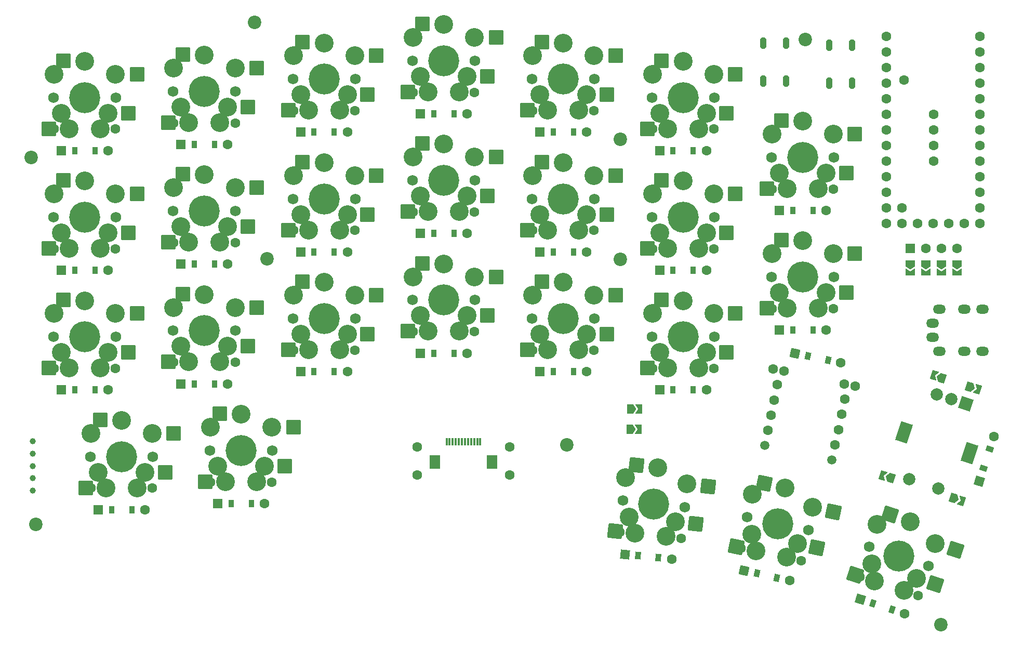
<source format=gbr>
%TF.GenerationSoftware,KiCad,Pcbnew,8.0.3+1*%
%TF.CreationDate,2024-08-06T22:55:28-04:00*%
%TF.ProjectId,iyada_flip,69796164-615f-4666-9c69-702e6b696361,rev?*%
%TF.SameCoordinates,Original*%
%TF.FileFunction,Soldermask,Bot*%
%TF.FilePolarity,Negative*%
%FSLAX46Y46*%
G04 Gerber Fmt 4.6, Leading zero omitted, Abs format (unit mm)*
G04 Created by KiCad (PCBNEW 8.0.3+1) date 2024-08-06 22:55:28*
%MOMM*%
%LPD*%
G01*
G04 APERTURE LIST*
G04 Aperture macros list*
%AMRoundRect*
0 Rectangle with rounded corners*
0 $1 Rounding radius*
0 $2 $3 $4 $5 $6 $7 $8 $9 X,Y pos of 4 corners*
0 Add a 4 corners polygon primitive as box body*
4,1,4,$2,$3,$4,$5,$6,$7,$8,$9,$2,$3,0*
0 Add four circle primitives for the rounded corners*
1,1,$1+$1,$2,$3*
1,1,$1+$1,$4,$5*
1,1,$1+$1,$6,$7*
1,1,$1+$1,$8,$9*
0 Add four rect primitives between the rounded corners*
20,1,$1+$1,$2,$3,$4,$5,0*
20,1,$1+$1,$4,$5,$6,$7,0*
20,1,$1+$1,$6,$7,$8,$9,0*
20,1,$1+$1,$8,$9,$2,$3,0*%
%AMRotRect*
0 Rectangle, with rotation*
0 The origin of the aperture is its center*
0 $1 length*
0 $2 width*
0 $3 Rotation angle, in degrees counterclockwise*
0 Add horizontal line*
21,1,$1,$2,0,0,$3*%
%AMOutline5P*
0 Free polygon, 5 corners , with rotation*
0 The origin of the aperture is its center*
0 number of corners: always 5*
0 $1 to $10 corner X, Y*
0 $11 Rotation angle, in degrees counterclockwise*
0 create outline with 5 corners*
4,1,5,$1,$2,$3,$4,$5,$6,$7,$8,$9,$10,$1,$2,$11*%
%AMOutline6P*
0 Free polygon, 6 corners , with rotation*
0 The origin of the aperture is its center*
0 number of corners: always 6*
0 $1 to $12 corner X, Y*
0 $13 Rotation angle, in degrees counterclockwise*
0 create outline with 6 corners*
4,1,6,$1,$2,$3,$4,$5,$6,$7,$8,$9,$10,$11,$12,$1,$2,$13*%
%AMOutline7P*
0 Free polygon, 7 corners , with rotation*
0 The origin of the aperture is its center*
0 number of corners: always 7*
0 $1 to $14 corner X, Y*
0 $15 Rotation angle, in degrees counterclockwise*
0 create outline with 7 corners*
4,1,7,$1,$2,$3,$4,$5,$6,$7,$8,$9,$10,$11,$12,$13,$14,$1,$2,$15*%
%AMOutline8P*
0 Free polygon, 8 corners , with rotation*
0 The origin of the aperture is its center*
0 number of corners: always 8*
0 $1 to $16 corner X, Y*
0 $17 Rotation angle, in degrees counterclockwise*
0 create outline with 8 corners*
4,1,8,$1,$2,$3,$4,$5,$6,$7,$8,$9,$10,$11,$12,$13,$14,$15,$16,$1,$2,$17*%
%AMFreePoly0*
4,1,6,1.000000,0.000000,0.500000,-0.750000,-0.500000,-0.750000,-0.500000,0.750000,0.500000,0.750000,1.000000,0.000000,1.000000,0.000000,$1*%
%AMFreePoly1*
4,1,6,0.500000,-0.750000,-0.650000,-0.750000,-0.150000,0.000001,-0.650000,0.750000,0.500000,0.750000,0.500000,-0.750000,0.500000,-0.750000,$1*%
G04 Aperture macros list end*
%ADD10C,1.600000*%
%ADD11C,3.050000*%
%ADD12C,5.050000*%
%ADD13RoundRect,0.240000X-0.960000X-0.960000X0.960000X-0.960000X0.960000X0.960000X-0.960000X0.960000X0*%
%ADD14C,1.750000*%
%ADD15C,4.000000*%
%ADD16RoundRect,0.240000X1.138617X0.739426X-0.739426X1.138617X-1.138617X-0.739426X0.739426X-1.138617X0*%
%ADD17RotRect,1.500000X1.500000X348.000000*%
%ADD18RotRect,0.900000X1.200000X348.000000*%
%ADD19RoundRect,0.240000X0.960000X0.960000X-0.960000X0.960000X-0.960000X-0.960000X0.960000X-0.960000X0*%
%ADD20O,2.100000X1.500000*%
%ADD21C,2.200000*%
%ADD22RotRect,1.500000X1.500000X72.000000*%
%ADD23RotRect,0.900000X1.200000X72.000000*%
%ADD24RotRect,2.000000X2.000000X252.000000*%
%ADD25C,2.000000*%
%ADD26RotRect,3.200000X2.000000X252.000000*%
%ADD27R,1.500000X1.500000*%
%ADD28R,0.900000X1.200000*%
%ADD29RoundRect,0.240000X-1.209671X-0.616358X0.616358X-1.209671X1.209671X0.616358X-0.616358X1.209671X0*%
%ADD30RotRect,1.500000X1.500000X342.000000*%
%ADD31RotRect,0.900000X1.200000X342.000000*%
%ADD32RoundRect,0.240000X-1.138617X-0.739426X0.739426X-1.138617X1.138617X0.739426X-0.739426X1.138617X0*%
%ADD33R,1.600000X1.600000*%
%ADD34C,1.500000*%
%ADD35RoundRect,0.240000X1.209671X0.616358X-0.616358X1.209671X-1.209671X-0.616358X0.616358X-1.209671X0*%
%ADD36RotRect,1.500000X1.500000X354.000000*%
%ADD37RotRect,0.900000X1.200000X354.000000*%
%ADD38RoundRect,0.240000X1.055088X0.854394X-0.854394X1.055088X-1.055088X-0.854394X0.854394X-1.055088X0*%
%ADD39RoundRect,0.240000X-1.055088X-0.854394X0.854394X-1.055088X1.055088X0.854394X-0.854394X1.055088X0*%
%ADD40FreePoly0,342.000000*%
%ADD41FreePoly1,342.000000*%
%ADD42Outline8P,-0.900000X0.275000X-0.625000X0.550000X0.625000X0.550000X0.900000X0.275000X0.900000X-0.275000X0.625000X-0.550000X-0.625000X-0.550000X-0.900000X-0.275000X270.000000*%
%ADD43C,1.000000*%
%ADD44FreePoly0,0.000000*%
%ADD45FreePoly1,0.000000*%
%ADD46FreePoly0,270.000000*%
%ADD47FreePoly1,270.000000*%
%ADD48FreePoly0,162.000000*%
%ADD49FreePoly1,162.000000*%
%ADD50R,0.300000X1.300000*%
%ADD51R,1.800000X2.200000*%
G04 APERTURE END LIST*
D10*
%TO.C,REF\u002A\u002A*%
X155382003Y-102305001D03*
D11*
X160382003Y-91255002D03*
D12*
X160382003Y-97155001D03*
D11*
X165381997Y-93355000D03*
D13*
X156882006Y-91155010D03*
X168882003Y-93355001D03*
%TD*%
D14*
%TO.C,REF\u002A\u002A*%
X200270535Y-131627822D03*
D11*
X198500189Y-133848279D03*
D15*
X195301542Y-130571642D03*
D11*
X191760843Y-135012538D03*
D14*
X190332549Y-129515462D03*
D16*
X201703622Y-134529191D03*
X188531012Y-134326012D03*
%TD*%
D17*
%TO.C,D14*%
X189776353Y-138240464D03*
D18*
X191889155Y-138689554D03*
X195117039Y-139375662D03*
D10*
X197229841Y-139824752D03*
%TD*%
D14*
%TO.C,REF\u002A\u002A*%
X145962008Y-74655005D03*
D11*
X144692006Y-77195004D03*
D15*
X140882009Y-74655007D03*
D11*
X138342011Y-79735012D03*
D14*
X135802010Y-74655009D03*
D19*
X147967007Y-77195010D03*
X135040009Y-79735008D03*
%TD*%
D20*
%TO.C,*%
X221682842Y-95618033D03*
%TD*%
%TO.C,*%
X228682848Y-95618031D03*
%TD*%
D21*
%TO.C,CiHole1*%
X169651014Y-87546002D03*
%TD*%
D14*
%TO.C,REF\u002A\u002A*%
X87462006Y-80655004D03*
D11*
X86192004Y-83195003D03*
D15*
X82382007Y-80655006D03*
D11*
X79842009Y-85735011D03*
D14*
X77302008Y-80655008D03*
D19*
X89467005Y-83195009D03*
X76540007Y-85735007D03*
%TD*%
D10*
%TO.C,REF\u002A\u002A*%
X116382008Y-63305008D03*
D11*
X121382008Y-52255009D03*
D12*
X121382008Y-58155008D03*
D11*
X126382002Y-54355007D03*
D13*
X117882011Y-52155017D03*
X129882008Y-54355008D03*
%TD*%
D14*
%TO.C,REF\u002A\u002A*%
X204462006Y-90405005D03*
D11*
X203192004Y-92945004D03*
D15*
X199382007Y-90405007D03*
D11*
X196842009Y-95485012D03*
D14*
X194302008Y-90405009D03*
D19*
X206467005Y-92945010D03*
X193540007Y-95485008D03*
%TD*%
D22*
%TO.C,D14*%
X228140803Y-123641360D03*
D23*
X228808278Y-121587078D03*
X229828034Y-118448592D03*
D10*
X230495509Y-116394310D03*
%TD*%
D14*
%TO.C,REF\u002A\u002A*%
X87462007Y-61154996D03*
D11*
X86192005Y-63694995D03*
D15*
X82382008Y-61154998D03*
D11*
X79842010Y-66235003D03*
D14*
X77302009Y-61155000D03*
D19*
X89467006Y-63695001D03*
X76540008Y-66234999D03*
%TD*%
D10*
%TO.C,REF\u002A\u002A*%
X174882009Y-66305004D03*
D11*
X179882009Y-55255005D03*
D12*
X179882009Y-61155004D03*
D11*
X184882003Y-57355003D03*
D13*
X176382012Y-55155013D03*
X188382009Y-57355004D03*
%TD*%
D10*
%TO.C,REF\u002A\u002A*%
X116382003Y-82804999D03*
D11*
X121382003Y-71755000D03*
D12*
X121382003Y-77654999D03*
D11*
X126381997Y-73854998D03*
D13*
X117882006Y-71655008D03*
X129882003Y-73854999D03*
%TD*%
D24*
%TO.C,REF\u002A\u002A*%
X225939028Y-111043394D03*
D25*
X221183734Y-109498305D03*
X223561389Y-110270852D03*
D26*
X215917843Y-115673273D03*
X226569674Y-119134271D03*
D25*
X216702996Y-123288629D03*
X221458296Y-124833714D03*
%TD*%
D27*
%TO.C,D14*%
X78572010Y-69805017D03*
D28*
X80732005Y-69805019D03*
X84032013Y-69805021D03*
D10*
X86192008Y-69805023D03*
%TD*%
D14*
%TO.C,REF\u002A\u002A*%
X87461999Y-100155007D03*
D11*
X86191997Y-102695006D03*
D15*
X82382000Y-100155009D03*
D11*
X79842002Y-105235014D03*
D14*
X77302001Y-100155011D03*
D19*
X89466998Y-102695012D03*
X76540000Y-105235010D03*
%TD*%
D10*
%TO.C,REF\u002A\u002A*%
X77382008Y-66304998D03*
D11*
X82382008Y-55254999D03*
D12*
X82382008Y-61154998D03*
D11*
X87382002Y-57354997D03*
D13*
X78882011Y-55155007D03*
X90882008Y-57354998D03*
%TD*%
D20*
%TO.C,*%
X220582850Y-100218031D03*
%TD*%
D10*
%TO.C,REF\u002A\u002A*%
X77382000Y-105305009D03*
D11*
X82382000Y-94255010D03*
D12*
X82382000Y-100155009D03*
D11*
X87381994Y-96355008D03*
D13*
X78882003Y-94155018D03*
X90882000Y-96355009D03*
%TD*%
D21*
%TO.C,CiHole1*%
X221871015Y-147066004D03*
%TD*%
D27*
%TO.C,D14*%
X117572006Y-86305001D03*
D28*
X119732001Y-86305003D03*
X123032009Y-86305005D03*
D10*
X125192004Y-86305007D03*
%TD*%
D27*
%TO.C,D14*%
X84572007Y-128304999D03*
D28*
X86732002Y-128305001D03*
X90032010Y-128305003D03*
D10*
X92192005Y-128305005D03*
%TD*%
%TO.C,REF\u002A\u002A*%
X208696928Y-139222069D03*
D12*
X215043645Y-135869209D03*
D11*
X216866846Y-130257977D03*
X220973180Y-133800281D03*
D29*
X213569049Y-129081310D03*
X224301890Y-134881839D03*
%TD*%
D30*
%TO.C,D14*%
X208747130Y-142918491D03*
D31*
X210801408Y-143585963D03*
X213939894Y-144605719D03*
D10*
X215994172Y-145273191D03*
%TD*%
D17*
%TO.C,D14*%
X198145215Y-102804812D03*
D18*
X200258017Y-103253902D03*
X203485901Y-103940010D03*
D10*
X205598703Y-104389100D03*
%TD*%
%TO.C,REF\u002A\u002A*%
X189340050Y-134569542D03*
D11*
X196528221Y-124800571D03*
D12*
X195301542Y-130571642D03*
D11*
X200982345Y-127894236D03*
D32*
X193125486Y-123975059D03*
X204405861Y-128621931D03*
%TD*%
D10*
%TO.C,*%
X215921014Y-58285999D03*
%TD*%
%TO.C,*%
X228284507Y-51213002D03*
%TD*%
D21*
%TO.C,CiHole1*%
X199781010Y-51676001D03*
%TD*%
D10*
%TO.C,*%
X225744510Y-81692999D03*
%TD*%
%TO.C,REF\u002A\u002A*%
X213043506Y-53753017D03*
X213043504Y-56293014D03*
X213043506Y-58833017D03*
X213043505Y-61373017D03*
X213043505Y-63913019D03*
X213043500Y-66453007D03*
X213043500Y-68993021D03*
X213043504Y-71533005D03*
X213043512Y-74073017D03*
X213043506Y-76613020D03*
X213043504Y-79153016D03*
X213043506Y-81693017D03*
X228283506Y-81693017D03*
X228283508Y-79153020D03*
X228283506Y-76613017D03*
X228283507Y-74073017D03*
X228283507Y-71533015D03*
X228283512Y-68993027D03*
X228283512Y-66453013D03*
X228283508Y-63913029D03*
X228283500Y-61373017D03*
X228283506Y-58833014D03*
X228283508Y-56293018D03*
X228283506Y-53753017D03*
%TD*%
%TO.C,REF\u002A\u002A*%
X174882004Y-105305001D03*
D11*
X179882004Y-94255002D03*
D12*
X179882004Y-100155001D03*
D11*
X184881998Y-96355000D03*
D13*
X176382007Y-94155010D03*
X188382004Y-96355001D03*
%TD*%
D10*
%TO.C,REF\u002A\u002A*%
X194382007Y-95555007D03*
D11*
X199382007Y-84505008D03*
D12*
X199382007Y-90405007D03*
D11*
X204382001Y-86605006D03*
D13*
X195882010Y-84405016D03*
X207882007Y-86605007D03*
%TD*%
D10*
%TO.C,REF\u002A\u002A*%
X102882009Y-123805000D03*
D11*
X107882009Y-112755001D03*
D12*
X107882009Y-118655000D03*
D11*
X112882003Y-114854999D03*
D13*
X104382012Y-112655009D03*
X116382009Y-114855000D03*
%TD*%
D10*
%TO.C,REF\u002A\u002A*%
X135882009Y-79805007D03*
D11*
X140882009Y-68755008D03*
D12*
X140882009Y-74655007D03*
D11*
X145882003Y-70855006D03*
D13*
X137382012Y-68655016D03*
X149382009Y-70855007D03*
%TD*%
D33*
%TO.C,*%
X216896508Y-85762001D03*
%TD*%
D14*
%TO.C,REF\u002A\u002A*%
X112962008Y-118654998D03*
D11*
X111692006Y-121194997D03*
D15*
X107882009Y-118655000D03*
D11*
X105342011Y-123735005D03*
D14*
X102802010Y-118655002D03*
D19*
X114967007Y-121195003D03*
X102040009Y-123735001D03*
%TD*%
D10*
%TO.C,*%
X223204508Y-81692999D03*
%TD*%
D27*
%TO.C,D14*%
X176072011Y-69805001D03*
D28*
X178232006Y-69805003D03*
X181532014Y-69805005D03*
D10*
X183692009Y-69805007D03*
%TD*%
D14*
%TO.C,REF\u002A\u002A*%
X184961999Y-80654997D03*
D11*
X183691997Y-83194996D03*
D15*
X179882000Y-80654999D03*
D11*
X177342002Y-85735004D03*
D14*
X174802001Y-80655001D03*
D19*
X186966998Y-83195002D03*
X174040000Y-85735000D03*
%TD*%
D10*
%TO.C,*%
X224516501Y-85762007D03*
%TD*%
D14*
%TO.C,REF\u002A\u002A*%
X126462001Y-97155007D03*
D11*
X125191999Y-99695006D03*
D15*
X121382002Y-97155009D03*
D11*
X118842004Y-102235014D03*
D14*
X116302003Y-97155011D03*
D19*
X128467000Y-99695012D03*
X115540002Y-102235010D03*
%TD*%
D14*
%TO.C,REF\u002A\u002A*%
X204462011Y-70904995D03*
D11*
X203192009Y-73444994D03*
D15*
X199382012Y-70904997D03*
D11*
X196842014Y-75985002D03*
D14*
X194302013Y-70904999D03*
D19*
X206467010Y-73445000D03*
X193540012Y-75984998D03*
%TD*%
D10*
%TO.C,REF\u002A\u002A*%
X135882007Y-60305016D03*
D11*
X140882007Y-49255017D03*
D12*
X140882007Y-55155016D03*
D11*
X145882001Y-51355015D03*
D13*
X137382010Y-49155025D03*
X149382007Y-51355016D03*
%TD*%
D27*
%TO.C,D14*%
X78572006Y-89305007D03*
D28*
X80732001Y-89305009D03*
X84032009Y-89305011D03*
D10*
X86192004Y-89305013D03*
%TD*%
D20*
%TO.C,*%
X228682851Y-102518032D03*
%TD*%
D27*
%TO.C,D14*%
X156571998Y-105805002D03*
D28*
X158731993Y-105805004D03*
X162032001Y-105805006D03*
D10*
X164191996Y-105805008D03*
%TD*%
D14*
%TO.C,REF\u002A\u002A*%
X126462002Y-77654997D03*
D11*
X125192000Y-80194996D03*
D15*
X121382003Y-77654999D03*
D11*
X118842005Y-82735004D03*
D14*
X116302004Y-77655001D03*
D19*
X128467001Y-80195002D03*
X115540003Y-82735000D03*
%TD*%
D14*
%TO.C,REF\u002A\u002A*%
X106962010Y-99154999D03*
D11*
X105692008Y-101694998D03*
D15*
X101882011Y-99155001D03*
D11*
X99342013Y-104235006D03*
D14*
X96802012Y-99155003D03*
D19*
X108967009Y-101695004D03*
X96040011Y-104235002D03*
%TD*%
D14*
%TO.C,REF\u002A\u002A*%
X165462002Y-97154999D03*
D11*
X164192000Y-99694998D03*
D15*
X160382003Y-97155001D03*
D11*
X157842005Y-102235006D03*
D14*
X155302004Y-97155003D03*
D19*
X167467001Y-99695004D03*
X154540003Y-102235002D03*
%TD*%
D10*
%TO.C,REF\u002A\u002A*%
X77382007Y-85805006D03*
D11*
X82382007Y-74755007D03*
D12*
X82382007Y-80655006D03*
D11*
X87382001Y-76855005D03*
D13*
X78882010Y-74655015D03*
X90882007Y-76855006D03*
%TD*%
D10*
%TO.C,*%
X215584520Y-79153000D03*
%TD*%
%TO.C,REF\u002A\u002A*%
X83382015Y-124805001D03*
D11*
X88382015Y-113755002D03*
D12*
X88382015Y-119655001D03*
D11*
X93382009Y-115855000D03*
D13*
X84882018Y-113655010D03*
X96882015Y-115855001D03*
%TD*%
D10*
%TO.C,REF\u002A\u002A*%
X174882000Y-85804999D03*
D11*
X179882000Y-74755000D03*
D12*
X179882000Y-80654999D03*
D11*
X184881994Y-76854998D03*
D13*
X176382003Y-74655008D03*
X188382000Y-76854999D03*
%TD*%
D27*
%TO.C,D14*%
X156572012Y-66805001D03*
D28*
X158732007Y-66805003D03*
X162032015Y-66805005D03*
D10*
X164192010Y-66805007D03*
%TD*%
D14*
%TO.C,REF\u002A\u002A*%
X184962003Y-100154999D03*
D11*
X183692001Y-102694998D03*
D15*
X179882004Y-100155001D03*
D11*
X177342006Y-105235006D03*
D14*
X174802005Y-100155003D03*
D19*
X186967002Y-102695004D03*
X174040004Y-105235002D03*
%TD*%
D27*
%TO.C,D14*%
X137072005Y-63804999D03*
D28*
X139232000Y-63805001D03*
X142532008Y-63805003D03*
D10*
X144692003Y-63805005D03*
%TD*%
D14*
%TO.C,REF\u002A\u002A*%
X145962006Y-55155014D03*
D11*
X144692004Y-57695013D03*
D15*
X140882007Y-55155016D03*
D11*
X138342009Y-60235021D03*
D14*
X135802008Y-55155018D03*
D19*
X147967005Y-57695019D03*
X135040007Y-60235017D03*
%TD*%
D14*
%TO.C,REF\u002A\u002A*%
X106962009Y-79654995D03*
D11*
X105692007Y-82194994D03*
D15*
X101882010Y-79654997D03*
D11*
X99342012Y-84735002D03*
D14*
X96802011Y-79654999D03*
D19*
X108967008Y-82195000D03*
X96040010Y-84734998D03*
%TD*%
D34*
%TO.C,REF\u002A\u002A*%
X193157361Y-117828862D03*
D10*
X195259349Y-107939792D03*
X194731256Y-110424280D03*
X194203161Y-112908781D03*
X193675064Y-115393276D03*
X194558028Y-105347325D03*
X196367601Y-105731964D03*
%TD*%
D14*
%TO.C,REF\u002A\u002A*%
X165462012Y-58154994D03*
D11*
X164192010Y-60694993D03*
D15*
X160382013Y-58154996D03*
D11*
X157842015Y-63235001D03*
D14*
X155302014Y-58154998D03*
D19*
X167467011Y-60694999D03*
X154540013Y-63234997D03*
%TD*%
D14*
%TO.C,REF\u002A\u002A*%
X145962003Y-94155007D03*
D11*
X144692001Y-96695006D03*
D15*
X140882004Y-94155009D03*
D11*
X138342006Y-99235014D03*
D14*
X135802005Y-94155011D03*
D19*
X147967002Y-96695012D03*
X135040004Y-99235010D03*
%TD*%
D20*
%TO.C,*%
X225682846Y-95618030D03*
%TD*%
%TO.C,*%
X225682850Y-102518032D03*
%TD*%
D27*
%TO.C,D14*%
X117572008Y-105805002D03*
D28*
X119732003Y-105805004D03*
X123032011Y-105805006D03*
D10*
X125192006Y-105805008D03*
%TD*%
D27*
%TO.C,D14*%
X78572006Y-108805003D03*
D28*
X80732001Y-108805005D03*
X84032009Y-108805007D03*
D10*
X86192004Y-108805009D03*
%TD*%
%TO.C,*%
X219436512Y-85762004D03*
%TD*%
%TO.C,*%
X220711002Y-63856001D03*
%TD*%
D21*
%TO.C,CiHole1*%
X169651009Y-67996002D03*
%TD*%
D10*
%TO.C,*%
X220711004Y-66396011D03*
%TD*%
D27*
%TO.C,D14*%
X156572002Y-86305001D03*
D28*
X158731997Y-86305003D03*
X162032005Y-86305005D03*
D10*
X164192000Y-86305007D03*
%TD*%
D14*
%TO.C,REF\u002A\u002A*%
X219875011Y-137439014D03*
D11*
X217882267Y-139462246D03*
D15*
X215043645Y-135869209D03*
D11*
X211058155Y-139915673D03*
D14*
X210212279Y-134299404D03*
D35*
X220996977Y-140474278D03*
X207917767Y-138895299D03*
%TD*%
D14*
%TO.C,REF\u002A\u002A*%
X106962004Y-60155006D03*
D11*
X105692002Y-62695005D03*
D15*
X101882005Y-60155008D03*
D11*
X99342007Y-65235013D03*
D14*
X96802006Y-60155010D03*
D19*
X108967003Y-62695011D03*
X96040005Y-65235009D03*
%TD*%
D27*
%TO.C,D14*%
X98072004Y-107804998D03*
D28*
X100231999Y-107805000D03*
X103532007Y-107805002D03*
D10*
X105692002Y-107805004D03*
%TD*%
D27*
%TO.C,D14*%
X104072009Y-127304999D03*
D28*
X106232004Y-127305001D03*
X109532012Y-127305003D03*
D10*
X111692007Y-127305005D03*
%TD*%
D14*
%TO.C,REF\u002A\u002A*%
X93462014Y-119654999D03*
D11*
X92192012Y-122194998D03*
D15*
X88382015Y-119655001D03*
D11*
X85842017Y-124735006D03*
D14*
X83302016Y-119655003D03*
D19*
X95467013Y-122195004D03*
X82540015Y-124735002D03*
%TD*%
D10*
%TO.C,*%
X215584512Y-81693007D03*
%TD*%
%TO.C,REF\u002A\u002A*%
X96882010Y-84804997D03*
D11*
X101882010Y-73754998D03*
D12*
X101882010Y-79654997D03*
D11*
X106882004Y-75854996D03*
D13*
X98382013Y-73655006D03*
X110382010Y-75854997D03*
%TD*%
D10*
%TO.C,REF\u002A\u002A*%
X155382005Y-82805007D03*
D11*
X160382005Y-71755008D03*
D12*
X160382005Y-77655007D03*
D11*
X165381999Y-73855006D03*
D13*
X156882008Y-71655016D03*
X168882005Y-73855007D03*
%TD*%
D10*
%TO.C,REF\u002A\u002A*%
X116382002Y-102305009D03*
D11*
X121382002Y-91255010D03*
D12*
X121382002Y-97155009D03*
D11*
X126381996Y-93355008D03*
D13*
X117882005Y-91155018D03*
X129882002Y-93355009D03*
%TD*%
D36*
%TO.C,D14*%
X170420532Y-135571061D03*
D37*
X172568701Y-135796843D03*
X175850623Y-136141787D03*
D10*
X177998792Y-136367569D03*
%TD*%
D20*
%TO.C,*%
X221682842Y-102518031D03*
%TD*%
%TO.C,*%
X220582856Y-97918025D03*
%TD*%
D27*
%TO.C,D14*%
X195572014Y-99055009D03*
D28*
X197732009Y-99055011D03*
X201032017Y-99055013D03*
D10*
X203192012Y-99055015D03*
%TD*%
D27*
%TO.C,D14*%
X137072017Y-83305004D03*
D28*
X139232012Y-83305006D03*
X142532020Y-83305008D03*
D10*
X144692015Y-83305010D03*
%TD*%
%TO.C,*%
X151588011Y-122643005D03*
%TD*%
%TO.C,REF\u002A\u002A*%
X96882011Y-104305001D03*
D11*
X101882011Y-93255002D03*
D12*
X101882011Y-99155001D03*
D11*
X106882005Y-95355000D03*
D13*
X98382014Y-93155010D03*
X110382011Y-95355001D03*
%TD*%
D14*
%TO.C,REF\u002A\u002A*%
X126462007Y-58155006D03*
D11*
X125192005Y-60695005D03*
D15*
X121382008Y-58155008D03*
D11*
X118842010Y-63235013D03*
D14*
X116302009Y-58155010D03*
D19*
X128467006Y-60695011D03*
X115540008Y-63235009D03*
%TD*%
D21*
%TO.C,CiHole1*%
X110011007Y-48876003D03*
%TD*%
D10*
%TO.C,*%
X220711010Y-68935997D03*
%TD*%
%TO.C,*%
X220711007Y-71476005D03*
%TD*%
D21*
%TO.C,CiHole1*%
X74441006Y-130676007D03*
%TD*%
D10*
%TO.C,*%
X221976507Y-85761994D03*
%TD*%
D27*
%TO.C,D14*%
X137072009Y-102804996D03*
D28*
X139232004Y-102804998D03*
X142532012Y-102805000D03*
D10*
X144692007Y-102805002D03*
%TD*%
D21*
%TO.C,CiHole1*%
X73636011Y-70891002D03*
%TD*%
D14*
%TO.C,REF\u002A\u002A*%
X184962008Y-61155002D03*
D11*
X183692006Y-63695001D03*
D15*
X179882009Y-61155004D03*
D11*
X177342011Y-66235009D03*
D14*
X174802010Y-61155006D03*
D19*
X186967007Y-63695007D03*
X174040009Y-66235005D03*
%TD*%
D10*
%TO.C,*%
X136588001Y-122643000D03*
%TD*%
D21*
%TO.C,CiHole1*%
X160977009Y-117706011D03*
%TD*%
D14*
%TO.C,REF\u002A\u002A*%
X180166008Y-127897689D03*
D11*
X178637461Y-130291037D03*
D15*
X175113835Y-127366698D03*
D11*
X172056745Y-132153370D03*
D14*
X170061662Y-126835707D03*
D38*
X181894518Y-130633361D03*
X168772830Y-131808213D03*
%TD*%
D10*
%TO.C,*%
X218124506Y-81693004D03*
%TD*%
%TO.C,REF\u002A\u002A*%
X155382013Y-63304996D03*
D11*
X160382013Y-52254997D03*
D12*
X160382013Y-58154996D03*
D11*
X165382007Y-54354995D03*
D13*
X156882016Y-52155005D03*
X168882013Y-54354996D03*
%TD*%
D10*
%TO.C,*%
X213044503Y-51213009D03*
%TD*%
D27*
%TO.C,D14*%
X98072004Y-88305001D03*
D28*
X100231999Y-88305003D03*
X103532007Y-88305005D03*
D10*
X105692002Y-88305007D03*
%TD*%
%TO.C,REF\u002A\u002A*%
X96882005Y-65305008D03*
D11*
X101882005Y-54255009D03*
D12*
X101882005Y-60155008D03*
D11*
X106881999Y-56355007D03*
D13*
X98382008Y-54155017D03*
X110382005Y-56355008D03*
%TD*%
D27*
%TO.C,D14*%
X176072008Y-89305000D03*
D28*
X178232003Y-89305002D03*
X181532011Y-89305004D03*
D10*
X183692006Y-89305006D03*
%TD*%
%TO.C,*%
X151588013Y-118103007D03*
%TD*%
D21*
%TO.C,CiHole1*%
X112091011Y-87426011D03*
%TD*%
D10*
%TO.C,*%
X136588002Y-118103009D03*
%TD*%
D27*
%TO.C,D14*%
X176072010Y-108804996D03*
D28*
X178232005Y-108804998D03*
X181532013Y-108805000D03*
D10*
X183692008Y-108805002D03*
%TD*%
D27*
%TO.C,D14*%
X195572010Y-79555009D03*
D28*
X197732005Y-79555011D03*
X201032013Y-79555013D03*
D10*
X203192008Y-79555015D03*
%TD*%
%TO.C,REF\u002A\u002A*%
X194382012Y-76054997D03*
D11*
X199382012Y-65004998D03*
D12*
X199382012Y-70904997D03*
D11*
X204382006Y-67104996D03*
D13*
X195882015Y-64905006D03*
X207882012Y-67104997D03*
%TD*%
D27*
%TO.C,D14*%
X117572000Y-66805006D03*
D28*
X119731995Y-66805008D03*
X123032003Y-66805010D03*
D10*
X125191998Y-66805012D03*
%TD*%
D14*
%TO.C,REF\u002A\u002A*%
X165462004Y-77655005D03*
D11*
X164192002Y-80195004D03*
D15*
X160382005Y-77655007D03*
D11*
X157842007Y-82735012D03*
D14*
X155302006Y-77655009D03*
D19*
X167467003Y-80195010D03*
X154540005Y-82735008D03*
%TD*%
D27*
%TO.C,D14*%
X98072007Y-68804995D03*
D28*
X100232002Y-68804997D03*
X103532010Y-68804999D03*
D10*
X105692005Y-68805001D03*
%TD*%
%TO.C,*%
X220664509Y-81693011D03*
%TD*%
%TO.C,REF\u002A\u002A*%
X169602895Y-131965842D03*
D11*
X175730553Y-121499019D03*
D12*
X175113835Y-127366698D03*
D11*
X180483642Y-124110154D03*
D39*
X172260177Y-121033720D03*
X183964479Y-124476007D03*
%TD*%
D10*
%TO.C,REF\u002A\u002A*%
X135882004Y-99305009D03*
D11*
X140882004Y-88255010D03*
D12*
X140882004Y-94155009D03*
D11*
X145881998Y-90355008D03*
D13*
X137382007Y-88155018D03*
X149382004Y-90355009D03*
%TD*%
D40*
%TO.C,REF\u002A\u002A*%
X223865703Y-126404526D03*
D41*
X225244735Y-126852600D03*
%TD*%
D14*
%TO.C,REF\u002A\u002A*%
X77302001Y-100155011D03*
D11*
X78571992Y-102695005D03*
D15*
X82382000Y-100155009D03*
D11*
X84922000Y-105235009D03*
D14*
X87461999Y-100155007D03*
%TD*%
%TO.C,REF\u002A\u002A*%
X77302009Y-61155000D03*
D11*
X78572000Y-63694994D03*
D15*
X82382008Y-61154998D03*
D11*
X84922008Y-66234998D03*
D14*
X87462007Y-61154996D03*
%TD*%
%TO.C,REF\u002A\u002A*%
X96802012Y-99155003D03*
D11*
X98072003Y-101694997D03*
D15*
X101882011Y-99155001D03*
D11*
X104422011Y-104235001D03*
D14*
X106962010Y-99154999D03*
%TD*%
D10*
%TO.C,REF\u002A\u002A*%
X145882004Y-99304999D03*
D12*
X140882004Y-94155009D03*
D11*
X140882004Y-88255010D03*
X135881988Y-90355007D03*
%TD*%
D14*
%TO.C,REF\u002A\u002A*%
X174802001Y-80655001D03*
D11*
X176071992Y-83194995D03*
D15*
X179882000Y-80654999D03*
D11*
X182422000Y-85734999D03*
D14*
X184961999Y-80654997D03*
%TD*%
%TO.C,REF\u002A\u002A*%
X116302009Y-58155010D03*
D11*
X117572000Y-60695004D03*
D15*
X121382008Y-58155008D03*
D11*
X123922008Y-63235008D03*
D14*
X126462007Y-58155006D03*
%TD*%
D42*
%TO.C,B1*%
X192941003Y-52311007D03*
X192941009Y-58511009D03*
X196641015Y-52311003D03*
X196641021Y-58511005D03*
%TD*%
D10*
%TO.C,REF\u002A\u002A*%
X184882000Y-85804989D03*
D12*
X179882000Y-80654999D03*
D11*
X179882000Y-74755000D03*
X174881984Y-76854997D03*
%TD*%
D43*
%TO.C,REF\u002A\u002A*%
X73886004Y-117191007D03*
%TD*%
%TO.C,REF\u002A\u002A*%
X73886011Y-121191003D03*
%TD*%
D10*
%TO.C,REF\u002A\u002A*%
X184882004Y-105304991D03*
D12*
X179882004Y-100155001D03*
D11*
X179882004Y-94255002D03*
X174881988Y-96354999D03*
%TD*%
D14*
%TO.C,REF\u002A\u002A*%
X155302006Y-77655009D03*
D11*
X156571997Y-80195003D03*
D15*
X160382005Y-77655007D03*
D11*
X162922005Y-82735007D03*
D14*
X165462004Y-77655005D03*
%TD*%
D44*
%TO.C,REF\u002A\u002A*%
X171185003Y-115174008D03*
D45*
X172635003Y-115174008D03*
%TD*%
D46*
%TO.C,REF\u002A\u002A*%
X224504504Y-88223010D03*
D47*
X224504504Y-89673010D03*
%TD*%
D48*
%TO.C,REF\u002A\u002A*%
X222142194Y-106869445D03*
D49*
X220763162Y-106421371D03*
%TD*%
D10*
%TO.C,REF\u002A\u002A*%
X112882009Y-123804990D03*
D12*
X107882009Y-118655000D03*
D11*
X107882009Y-112755001D03*
X102881993Y-114854998D03*
%TD*%
D44*
%TO.C,REF\u002A\u002A*%
X171245005Y-111863999D03*
D45*
X172695005Y-111863999D03*
%TD*%
D40*
%TO.C,REF\u002A\u002A*%
X226488163Y-108276364D03*
D41*
X227867195Y-108724438D03*
%TD*%
D10*
%TO.C,REF\u002A\u002A*%
X184882009Y-66304994D03*
D12*
X179882009Y-61155004D03*
D11*
X179882009Y-55255005D03*
X174881993Y-57355002D03*
%TD*%
D10*
%TO.C,REF\u002A\u002A*%
X145882007Y-60305006D03*
D12*
X140882007Y-55155016D03*
D11*
X140882007Y-49255017D03*
X135881991Y-51355014D03*
%TD*%
D14*
%TO.C,REF\u002A\u002A*%
X135802010Y-74655009D03*
D11*
X137072001Y-77195003D03*
D15*
X140882009Y-74655007D03*
D11*
X143422009Y-79735007D03*
D14*
X145962008Y-74655005D03*
%TD*%
D10*
%TO.C,REF\u002A\u002A*%
X165382003Y-102304991D03*
D12*
X160382003Y-97155001D03*
D11*
X160382003Y-91255002D03*
X155381987Y-93354999D03*
%TD*%
D10*
%TO.C,REF\u002A\u002A*%
X126382008Y-63304998D03*
D12*
X121382008Y-58155008D03*
D11*
X121382008Y-52255009D03*
X116381992Y-54355006D03*
%TD*%
D10*
%TO.C,REF\u002A\u002A*%
X106882011Y-104304991D03*
D12*
X101882011Y-99155001D03*
D11*
X101882011Y-93255002D03*
X96881995Y-95354999D03*
%TD*%
D42*
%TO.C,B1*%
X203681003Y-52625999D03*
X203681009Y-58826001D03*
X207381015Y-52625995D03*
X207381021Y-58825997D03*
%TD*%
D14*
%TO.C,REF\u002A\u002A*%
X194302008Y-90405009D03*
D11*
X195571999Y-92945003D03*
D15*
X199382007Y-90405007D03*
D11*
X201922007Y-95485007D03*
D14*
X204462006Y-90405005D03*
%TD*%
D10*
%TO.C,REF\u002A\u002A*%
X199121542Y-136648665D03*
D12*
X195301542Y-130571642D03*
D11*
X196528221Y-124800571D03*
X191200869Y-125815120D03*
%TD*%
D10*
%TO.C,REF\u002A\u002A*%
X106882005Y-65304998D03*
D12*
X101882005Y-60155008D03*
D11*
X101882005Y-54255009D03*
X96881989Y-56355006D03*
%TD*%
D10*
%TO.C,REF\u002A\u002A*%
X106882010Y-84804987D03*
D12*
X101882010Y-79654997D03*
D11*
X101882010Y-73754998D03*
X96881994Y-75854995D03*
%TD*%
D14*
%TO.C,REF\u002A\u002A*%
X135802008Y-55155018D03*
D11*
X137071999Y-57695012D03*
D15*
X140882007Y-55155016D03*
D11*
X143422007Y-60235016D03*
D14*
X145962006Y-55155014D03*
%TD*%
D10*
%TO.C,REF\u002A\u002A*%
X179548127Y-133011128D03*
D12*
X175113835Y-127366698D03*
D11*
X175730553Y-121499019D03*
X170538433Y-123064872D03*
%TD*%
D10*
%TO.C,REF\u002A\u002A*%
X126382003Y-82804989D03*
D12*
X121382003Y-77654999D03*
D11*
X121382003Y-71755000D03*
X116381987Y-73854997D03*
%TD*%
D14*
%TO.C,REF\u002A\u002A*%
X96802011Y-79654999D03*
D11*
X98072002Y-82194993D03*
D15*
X101882010Y-79654997D03*
D11*
X104422010Y-84734997D03*
D14*
X106962009Y-79654995D03*
%TD*%
D43*
%TO.C,REF\u002A\u002A*%
X73885999Y-119190999D03*
%TD*%
D14*
%TO.C,REF\u002A\u002A*%
X116302004Y-77655001D03*
D11*
X117571995Y-80194995D03*
D15*
X121382003Y-77654999D03*
D11*
X123922003Y-82734999D03*
D14*
X126462002Y-77654997D03*
%TD*%
%TO.C,REF\u002A\u002A*%
X155302004Y-97155003D03*
D11*
X156571995Y-99694997D03*
D15*
X160382003Y-97155001D03*
D11*
X162922003Y-102235001D03*
D14*
X165462002Y-97154999D03*
%TD*%
%TO.C,REF\u002A\u002A*%
X155302014Y-58154998D03*
D11*
X156572005Y-60694992D03*
D15*
X160382013Y-58154996D03*
D11*
X162922013Y-63234996D03*
D14*
X165462012Y-58154994D03*
%TD*%
D50*
%TO.C,REF\u002A\u002A*%
X146838015Y-117253010D03*
X146338000Y-117253009D03*
X145838000Y-117253008D03*
X145338001Y-117253008D03*
X144838001Y-117253008D03*
X144337998Y-117253005D03*
X143838000Y-117253008D03*
X143337996Y-117253013D03*
X142837998Y-117253009D03*
X142338001Y-117253008D03*
X141838002Y-117253004D03*
X141338001Y-117253008D03*
D51*
X148738001Y-120503008D03*
X139438001Y-120503008D03*
%TD*%
D10*
%TO.C,REF\u002A\u002A*%
X218207490Y-142312235D03*
D11*
X216866846Y-130257977D03*
D12*
X215043645Y-135869209D03*
D11*
X211462617Y-130710106D03*
%TD*%
D10*
%TO.C,REF\u002A\u002A*%
X204382012Y-76054987D03*
D12*
X199382012Y-70904997D03*
D11*
X199382012Y-65004998D03*
X194381996Y-67104995D03*
%TD*%
D43*
%TO.C,REF\u002A\u002A*%
X73886007Y-125191002D03*
%TD*%
D46*
%TO.C,REF\u002A\u002A*%
X221964510Y-88222999D03*
D47*
X221964510Y-89672999D03*
%TD*%
D10*
%TO.C,REF\u002A\u002A*%
X87382007Y-85804996D03*
D12*
X82382007Y-80655006D03*
D11*
X82382007Y-74755007D03*
X77381991Y-76855004D03*
%TD*%
D14*
%TO.C,REF\u002A\u002A*%
X190332549Y-129515462D03*
D11*
X191046704Y-132263993D03*
D15*
X195301542Y-130571642D03*
D11*
X196729846Y-136068728D03*
D14*
X200270535Y-131627822D03*
%TD*%
D43*
%TO.C,REF\u002A\u002A*%
X73886006Y-123191009D03*
%TD*%
D14*
%TO.C,REF\u002A\u002A*%
X102802010Y-118655002D03*
D11*
X104072001Y-121194996D03*
D15*
X107882009Y-118655000D03*
D11*
X110422009Y-123735000D03*
D14*
X112962008Y-118654998D03*
%TD*%
D10*
%TO.C,REF\u002A\u002A*%
X204382007Y-95554997D03*
D12*
X199382007Y-90405007D03*
D11*
X199382007Y-84505008D03*
X194381991Y-86605005D03*
%TD*%
D10*
%TO.C,REF\u002A\u002A*%
X87382008Y-66304988D03*
D12*
X82382008Y-61154998D03*
D11*
X82382008Y-55254999D03*
X77381992Y-57354996D03*
%TD*%
D10*
%TO.C,REF\u002A\u002A*%
X126382002Y-102304999D03*
D12*
X121382002Y-97155009D03*
D11*
X121382002Y-91255010D03*
X116381986Y-93355007D03*
%TD*%
D14*
%TO.C,REF\u002A\u002A*%
X135802005Y-94155011D03*
D11*
X137071996Y-96695005D03*
D15*
X140882004Y-94155009D03*
D11*
X143422004Y-99235009D03*
D14*
X145962003Y-94155007D03*
%TD*%
D10*
%TO.C,REF\u002A\u002A*%
X165382005Y-82804997D03*
D12*
X160382005Y-77655007D03*
D11*
X160382005Y-71755008D03*
X155381989Y-73855005D03*
%TD*%
D10*
%TO.C,REF\u002A\u002A*%
X93382015Y-124804991D03*
D12*
X88382015Y-119655001D03*
D11*
X88382015Y-113755002D03*
X83381999Y-115854999D03*
%TD*%
D14*
%TO.C,REF\u002A\u002A*%
X170061662Y-126835707D03*
D11*
X171059204Y-129494530D03*
D15*
X175113835Y-127366698D03*
D11*
X177108927Y-132684369D03*
D14*
X180166008Y-127897689D03*
%TD*%
D48*
%TO.C,REF\u002A\u002A*%
X213832063Y-123144391D03*
D49*
X212453031Y-122696317D03*
%TD*%
D10*
%TO.C,REF\u002A\u002A*%
X87382000Y-105304999D03*
D12*
X82382000Y-100155009D03*
D11*
X82382000Y-94255010D03*
X77381984Y-96355007D03*
%TD*%
D46*
%TO.C,REF\u002A\u002A*%
X219424506Y-88223009D03*
D47*
X219424506Y-89673009D03*
%TD*%
D14*
%TO.C,REF\u002A\u002A*%
X210212279Y-134299404D03*
D11*
X210635217Y-137107540D03*
D15*
X215043645Y-135869209D03*
D11*
X215889510Y-141485482D03*
D14*
X219875011Y-137439014D03*
%TD*%
D34*
%TO.C,REF\u002A\u002A*%
X204149304Y-120165254D03*
D10*
X206251285Y-110276192D03*
X205723188Y-112760687D03*
X205195093Y-115245188D03*
X204667000Y-117729676D03*
X207946430Y-108193114D03*
X206136851Y-107808474D03*
%TD*%
D14*
%TO.C,REF\u002A\u002A*%
X174802005Y-100155003D03*
D11*
X176071996Y-102694997D03*
D15*
X179882004Y-100155001D03*
D11*
X182422004Y-105235001D03*
D14*
X184962003Y-100154999D03*
%TD*%
D10*
%TO.C,REF\u002A\u002A*%
X145882009Y-79804997D03*
D12*
X140882009Y-74655007D03*
D11*
X140882009Y-68755008D03*
X135881993Y-70855005D03*
%TD*%
D10*
%TO.C,REF\u002A\u002A*%
X165382013Y-63304986D03*
D12*
X160382013Y-58154996D03*
D11*
X160382013Y-52254997D03*
X155381997Y-54354994D03*
%TD*%
D14*
%TO.C,REF\u002A\u002A*%
X174802010Y-61155006D03*
D11*
X176072001Y-63695000D03*
D15*
X179882009Y-61155004D03*
D11*
X182422009Y-66235004D03*
D14*
X184962008Y-61155002D03*
%TD*%
%TO.C,REF\u002A\u002A*%
X83302016Y-119655003D03*
D11*
X84572007Y-122194997D03*
D15*
X88382015Y-119655001D03*
D11*
X90922015Y-124735001D03*
D14*
X93462014Y-119654999D03*
%TD*%
%TO.C,REF\u002A\u002A*%
X77302008Y-80655008D03*
D11*
X78571999Y-83195002D03*
D15*
X82382007Y-80655006D03*
D11*
X84922007Y-85735006D03*
D14*
X87462006Y-80655004D03*
%TD*%
%TO.C,REF\u002A\u002A*%
X194302013Y-70904999D03*
D11*
X195572004Y-73444993D03*
D15*
X199382012Y-70904997D03*
D11*
X201922012Y-75984997D03*
D14*
X204462011Y-70904995D03*
%TD*%
D46*
%TO.C,REF\u002A\u002A*%
X216884510Y-88223010D03*
D47*
X216884510Y-89673010D03*
%TD*%
D14*
%TO.C,REF\u002A\u002A*%
X116302003Y-97155011D03*
D11*
X117571994Y-99695005D03*
D15*
X121382002Y-97155009D03*
D11*
X123922002Y-102235009D03*
D14*
X126462001Y-97155007D03*
%TD*%
%TO.C,REF\u002A\u002A*%
X96802006Y-60155010D03*
D11*
X98071997Y-62695004D03*
D15*
X101882005Y-60155008D03*
D11*
X104422005Y-65235008D03*
D14*
X106962004Y-60155006D03*
%TD*%
M02*

</source>
